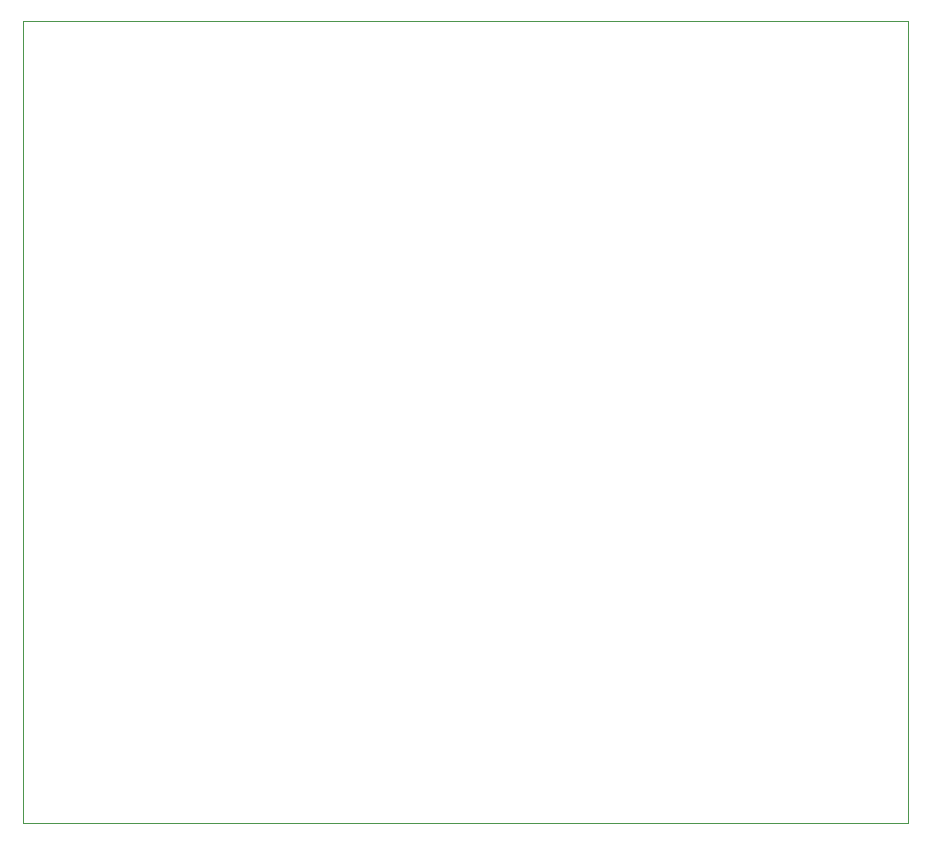
<source format=gbr>
%TF.GenerationSoftware,KiCad,Pcbnew,5.1.9*%
%TF.CreationDate,2021-02-16T23:50:06-03:00*%
%TF.ProjectId,negativa,6e656761-7469-4766-912e-6b696361645f,rev?*%
%TF.SameCoordinates,Original*%
%TF.FileFunction,Profile,NP*%
%FSLAX46Y46*%
G04 Gerber Fmt 4.6, Leading zero omitted, Abs format (unit mm)*
G04 Created by KiCad (PCBNEW 5.1.9) date 2021-02-16 23:50:06*
%MOMM*%
%LPD*%
G01*
G04 APERTURE LIST*
%TA.AperFunction,Profile*%
%ADD10C,0.100000*%
%TD*%
G04 APERTURE END LIST*
D10*
X193040000Y-86360000D02*
X193040000Y-154305000D01*
X118110000Y-86360000D02*
X193040000Y-86360000D01*
X118110000Y-154305000D02*
X118110000Y-86360000D01*
X193040000Y-154305000D02*
X118110000Y-154305000D01*
M02*

</source>
